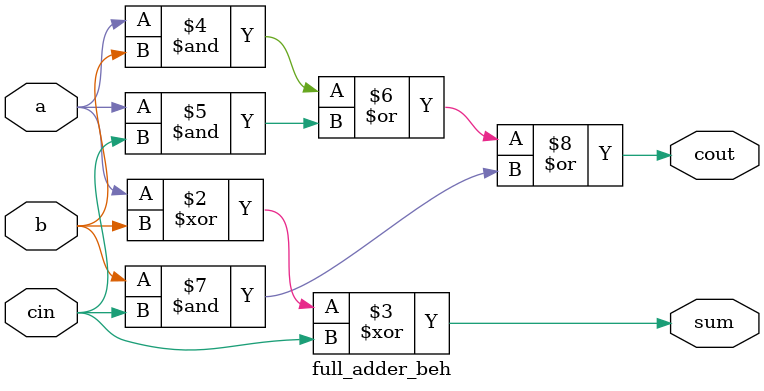
<source format=v>
module full_adder_beh 
(
    input wire a,
    input wire b,
    input wire cin,
    output reg sum,
    output reg cout
);
always @(*)begin
    sum=a^b^cin;
    cout=(a&b)|(a&cin)|(b&cin);
end
endmodule
</source>
